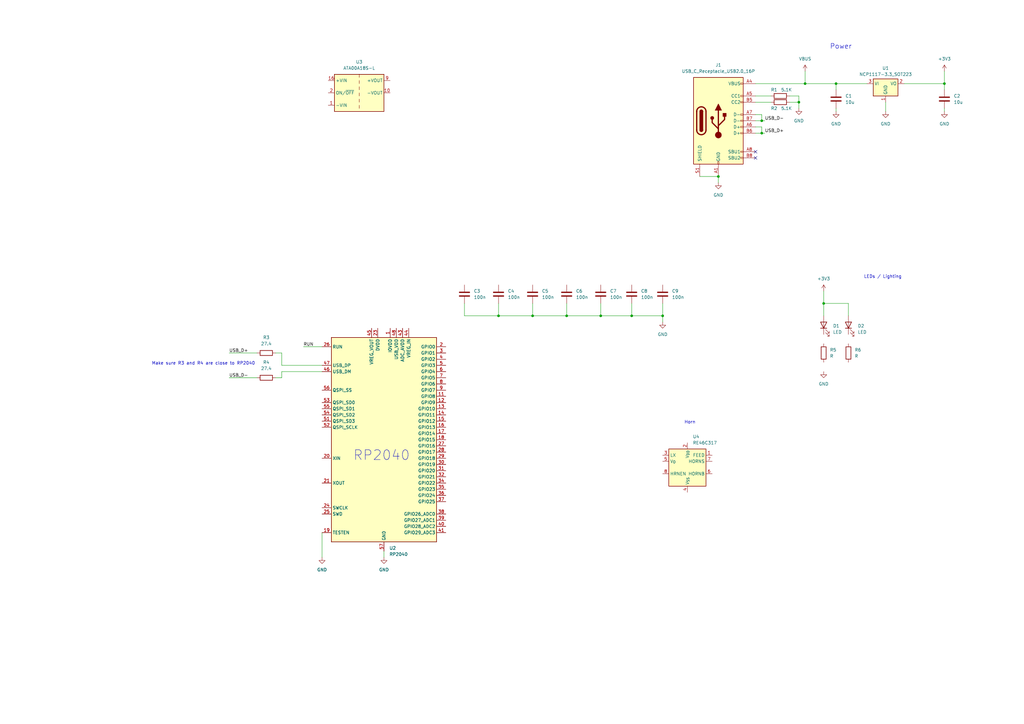
<source format=kicad_sch>
(kicad_sch (version 20230121) (generator eeschema)
  (paper "A3")
  (lib_symbols
    (symbol "Audio:RE46C317"
      (property "Reference" "U" (at -7.62 8.89 0))
      (property "Value" "RE46C317" (at 6.35 8.89 0))
      (symbol "RE46C317_0_0"
        (rectangle (start -7.62 7.62) (end 7.62 -7.62) (stroke (width 0.254)) (fill (type background)))
      )
      (symbol "RE46C317_1_1"
        (pin input line (at 10.16 5.08 180) (length 2.54) (name "FEED") (number "1"))
        (pin power_in line (at 0 10.16 270) (length 2.54) (name "V_{DD}") (number "2"))
        (pin input line (at -10.16 5.08 0) (length 2.54) (name "LX") (number "3"))
        (pin power_in line (at 0 -10.16 90) (length 2.54) (name "V_{SS}") (number "4"))
        (pin input line (at -10.16 2.54 0) (length 2.54) (name "V_{O}") (number "5"))
        (pin output line (at 10.16 -2.54 180) (length 2.54) (name "HORNB") (number "6"))
        (pin output line (at 10.16 2.54 180) (length 2.54) (name "HORNS") (number "7"))
        (pin input line (at -10.16 -2.54 0) (length 2.54) (name "HRNEN") (number "8"))
      )
    )
    (symbol "Connector:USB_C_Receptacle_USB2.0_16P" (pin_names (offset 1.016))
      (property "Reference" "J" (at 0 22.225 0))
      (property "Value" "USB_C_Receptacle_USB2.0_16P" (at 0 19.685 0))
      (symbol "USB_C_Receptacle_USB2.0_16P_0_0"
        (rectangle (start -0.254 -17.78) (end 0.254 -16.764))
        (rectangle (start 10.16 -14.986) (end 9.144 -15.494))
        (rectangle (start 10.16 -12.446) (end 9.144 -12.954))
        (rectangle (start 10.16 -4.826) (end 9.144 -5.334))
        (rectangle (start 10.16 -2.286) (end 9.144 -2.794))
        (rectangle (start 10.16 0.254) (end 9.144 -0.254))
        (rectangle (start 10.16 2.794) (end 9.144 2.286))
        (rectangle (start 10.16 7.874) (end 9.144 7.366))
        (rectangle (start 10.16 10.414) (end 9.144 9.906))
        (rectangle (start 10.16 15.494) (end 9.144 14.986))
      )
      (symbol "USB_C_Receptacle_USB2.0_16P_0_1"
        (rectangle (start -10.16 17.78) (end 10.16 -17.78) (stroke (width 0.254)) (fill (type background)))
        (arc (start -8.89 -3.81) (mid -6.985 -5.7067) (end -5.08 -3.81) (stroke (width 0.508)))
        (arc (start -7.62 -3.81) (mid -6.985 -4.4423) (end -6.35 -3.81) (stroke (width 0.254)))
        (arc (start -7.62 -3.81) (mid -6.985 -4.4423) (end -6.35 -3.81) (stroke (width 0.254)) (fill (type outline)))
        (rectangle (start -7.62 -3.81) (end -6.35 3.81) (stroke (width 0.254)) (fill (type outline)))
        (arc (start -6.35 3.81) (mid -6.985 4.4423) (end -7.62 3.81) (stroke (width 0.254)))
        (arc (start -6.35 3.81) (mid -6.985 4.4423) (end -7.62 3.81) (stroke (width 0.254)) (fill (type outline)))
        (arc (start -5.08 3.81) (mid -6.985 5.7067) (end -8.89 3.81) (stroke (width 0.508)))
        (circle (center -2.54 1.143) (radius 0.635) (stroke (width 0.254)) (fill (type outline)))
        (circle (center 0 -5.842) (radius 1.27) (fill (type outline)))
        (polyline (pts (xy -8.89 -3.81) (xy -8.89 3.81)) (stroke (width 0.508)))
        (polyline (pts (xy -5.08 3.81) (xy -5.08 -3.81)) (stroke (width 0.508)))
        (polyline (pts (xy 0 -5.842) (xy 0 4.318)) (stroke (width 0.508)))
        (polyline (pts (xy 0 -3.302) (xy -2.54 -0.762) (xy -2.54 0.508)) (stroke (width 0.508)))
        (polyline (pts (xy 0 -2.032) (xy 2.54 0.508) (xy 2.54 1.778)) (stroke (width 0.508)))
        (polyline (pts (xy -1.27 4.318) (xy 0 6.858) (xy 1.27 4.318) (xy -1.27 4.318)) (stroke (width 0.254)) (fill (type outline)))
        (rectangle (start 1.905 1.778) (end 3.175 3.048) (stroke (width 0.254)) (fill (type outline)))
      )
      (symbol "USB_C_Receptacle_USB2.0_16P_1_1"
        (pin passive line (at 0 -22.86 90) (length 5.08) (name "GND") (number "A1"))
        (pin passive line (at 0 -22.86 90) (length 5.08) hide (name "GND") (number "A12"))
        (pin passive line (at 15.24 15.24 180) (length 5.08) (name "VBUS") (number "A4"))
        (pin bidirectional line (at 15.24 10.16 180) (length 5.08) (name "CC1") (number "A5"))
        (pin bidirectional line (at 15.24 -2.54 180) (length 5.08) (name "D+") (number "A6"))
        (pin bidirectional line (at 15.24 2.54 180) (length 5.08) (name "D-") (number "A7"))
        (pin bidirectional line (at 15.24 -12.7 180) (length 5.08) (name "SBU1") (number "A8"))
        (pin passive line (at 15.24 15.24 180) (length 5.08) hide (name "VBUS") (number "A9"))
        (pin passive line (at 0 -22.86 90) (length 5.08) hide (name "GND") (number "B1"))
        (pin passive line (at 0 -22.86 90) (length 5.08) hide (name "GND") (number "B12"))
        (pin passive line (at 15.24 15.24 180) (length 5.08) hide (name "VBUS") (number "B4"))
        (pin bidirectional line (at 15.24 7.62 180) (length 5.08) (name "CC2") (number "B5"))
        (pin bidirectional line (at 15.24 -5.08 180) (length 5.08) (name "D+") (number "B6"))
        (pin bidirectional line (at 15.24 0 180) (length 5.08) (name "D-") (number "B7"))
        (pin bidirectional line (at 15.24 -15.24 180) (length 5.08) (name "SBU2") (number "B8"))
        (pin passive line (at 15.24 15.24 180) (length 5.08) hide (name "VBUS") (number "B9"))
        (pin passive line (at -7.62 -22.86 90) (length 5.08) (name "SHIELD") (number "S1"))
      )
    )
    (symbol "Converter_DCDC:ATA00A18S-L"
      (property "Reference" "U" (at 0 11.43 0))
      (property "Value" "ATA00A18S-L" (at 0 8.89 0))
      (symbol "ATA00A18S-L_0_1"
        (rectangle (start -10.16 7.62) (end 10.16 -7.62) (stroke (width 0.254)) (fill (type background)))
        (polyline (pts (xy 0 -5.08) (xy 0 -6.35)))
        (polyline (pts (xy 0 -2.54) (xy 0 -3.81)))
        (polyline (pts (xy 0 0) (xy 0 -1.27)))
        (polyline (pts (xy 0 2.54) (xy 0 1.27)))
        (polyline (pts (xy 0 5.08) (xy 0 3.81)))
        (polyline (pts (xy 0 7.62) (xy 0 6.35)))
      )
      (symbol "ATA00A18S-L_1_1"
        (pin power_in line (at -12.7 -5.08 0) (length 2.54) (name "-VIN") (number "1"))
        (pin power_out line (at 12.7 0 180) (length 2.54) (name "-VOUT") (number "10"))
        (pin power_in line (at -12.7 5.08 0) (length 2.54) (name "+VIN") (number "16"))
        (pin input line (at -12.7 0 0) (length 2.54) (name "ON/~{OFF}") (number "2"))
        (pin no_connect line (at 10.16 -2.54 180) (length 2.54) hide (name "NC") (number "7"))
        (pin no_connect line (at 10.16 -5.08 180) (length 2.54) hide (name "NC") (number "8"))
        (pin power_out line (at 12.7 5.08 180) (length 2.54) (name "+VOUT") (number "9"))
      )
    )
    (symbol "Device:C" (pin_numbers hide) (pin_names (offset 0.254))
      (property "Reference" "C" (at 0.635 2.54 0))
      (property "Value" "C" (at 0.635 -2.54 0))
      (symbol "C_0_1"
        (polyline (pts (xy -2.032 -0.762) (xy 2.032 -0.762)) (stroke (width 0.508)))
        (polyline (pts (xy -2.032 0.762) (xy 2.032 0.762)) (stroke (width 0.508)))
      )
      (symbol "C_1_1"
        (pin passive line (at 0 3.81 270) (length 2.794) (name "~") (number "1"))
        (pin passive line (at 0 -3.81 90) (length 2.794) (name "~") (number "2"))
      )
    )
    (symbol "Device:LED" (pin_numbers hide) (pin_names (offset 1.016) hide)
      (property "Reference" "D" (at 0 2.54 0))
      (property "Value" "LED" (at 0 -2.54 0))
      (symbol "LED_0_1"
        (polyline (pts (xy -1.27 -1.27) (xy -1.27 1.27)) (stroke (width 0.254)))
        (polyline (pts (xy -1.27 0) (xy 1.27 0)))
        (polyline (pts (xy 1.27 -1.27) (xy 1.27 1.27) (xy -1.27 0) (xy 1.27 -1.27)) (stroke (width 0.254)))
        (polyline (pts (xy -3.048 -0.762) (xy -4.572 -2.286) (xy -3.81 -2.286) (xy -4.572 -2.286) (xy -4.572 -1.524)))
        (polyline (pts (xy -1.778 -0.762) (xy -3.302 -2.286) (xy -2.54 -2.286) (xy -3.302 -2.286) (xy -3.302 -1.524)))
      )
      (symbol "LED_1_1"
        (pin passive line (at -3.81 0 0) (length 2.54) (name "K") (number "1"))
        (pin passive line (at 3.81 0 180) (length 2.54) (name "A") (number "2"))
      )
    )
    (symbol "Device:R" (pin_numbers hide) (pin_names (offset 0))
      (property "Reference" "R" (at 2.032 0 90))
      (property "Value" "R" (at 0 0 90))
      (symbol "R_0_1"
        (rectangle (start -1.016 -2.54) (end 1.016 2.54) (stroke (width 0.254)))
      )
      (symbol "R_1_1"
        (pin passive line (at 0 3.81 270) (length 1.27) (name "~") (number "1"))
        (pin passive line (at 0 -3.81 90) (length 1.27) (name "~") (number "2"))
      )
    )
    (symbol "MCU_RaspberryPi:RP2040"
      (property "Reference" "U" (at 17.78 45.72 0))
      (property "Value" "RP2040" (at 17.78 43.18 0))
      (symbol "RP2040_0_1"
        (rectangle (start -21.59 41.91) (end 21.59 -41.91) (stroke (width 0.254)) (fill (type background)))
      )
      (symbol "RP2040_1_1"
        (pin power_in line (at 2.54 45.72 270) (length 3.81) (name "IOVDD") (number "1"))
        (pin passive line (at 2.54 45.72 270) (length 3.81) hide (name "IOVDD") (number "10"))
        (pin bidirectional line (at 25.4 17.78 180) (length 3.81) (name "GPIO8") (number "11"))
        (pin bidirectional line (at 25.4 15.24 180) (length 3.81) (name "GPIO9") (number "12"))
        (pin bidirectional line (at 25.4 12.7 180) (length 3.81) (name "GPIO10") (number "13"))
        (pin bidirectional line (at 25.4 10.16 180) (length 3.81) (name "GPIO11") (number "14"))
        (pin bidirectional line (at 25.4 7.62 180) (length 3.81) (name "GPIO12") (number "15"))
        (pin bidirectional line (at 25.4 5.08 180) (length 3.81) (name "GPIO13") (number "16"))
        (pin bidirectional line (at 25.4 2.54 180) (length 3.81) (name "GPIO14") (number "17"))
        (pin bidirectional line (at 25.4 0 180) (length 3.81) (name "GPIO15") (number "18"))
        (pin input line (at -25.4 -38.1 0) (length 3.81) (name "TESTEN") (number "19"))
        (pin bidirectional line (at 25.4 38.1 180) (length 3.81) (name "GPIO0") (number "2"))
        (pin input line (at -25.4 -7.62 0) (length 3.81) (name "XIN") (number "20"))
        (pin passive line (at -25.4 -17.78 0) (length 3.81) (name "XOUT") (number "21"))
        (pin passive line (at 2.54 45.72 270) (length 3.81) hide (name "IOVDD") (number "22"))
        (pin power_in line (at -2.54 45.72 270) (length 3.81) (name "DVDD") (number "23"))
        (pin input line (at -25.4 -27.94 0) (length 3.81) (name "SWCLK") (number "24"))
        (pin bidirectional line (at -25.4 -30.48 0) (length 3.81) (name "SWD") (number "25"))
        (pin input line (at -25.4 38.1 0) (length 3.81) (name "RUN") (number "26"))
        (pin bidirectional line (at 25.4 -2.54 180) (length 3.81) (name "GPIO16") (number "27"))
        (pin bidirectional line (at 25.4 -5.08 180) (length 3.81) (name "GPIO17") (number "28"))
        (pin bidirectional line (at 25.4 -7.62 180) (length 3.81) (name "GPIO18") (number "29"))
        (pin bidirectional line (at 25.4 35.56 180) (length 3.81) (name "GPIO1") (number "3"))
        (pin bidirectional line (at 25.4 -10.16 180) (length 3.81) (name "GPIO19") (number "30"))
        (pin bidirectional line (at 25.4 -12.7 180) (length 3.81) (name "GPIO20") (number "31"))
        (pin bidirectional line (at 25.4 -15.24 180) (length 3.81) (name "GPIO21") (number "32"))
        (pin passive line (at 2.54 45.72 270) (length 3.81) hide (name "IOVDD") (number "33"))
        (pin bidirectional line (at 25.4 -17.78 180) (length 3.81) (name "GPIO22") (number "34"))
        (pin bidirectional line (at 25.4 -20.32 180) (length 3.81) (name "GPIO23") (number "35"))
        (pin bidirectional line (at 25.4 -22.86 180) (length 3.81) (name "GPIO24") (number "36"))
        (pin bidirectional line (at 25.4 -25.4 180) (length 3.81) (name "GPIO25") (number "37"))
        (pin bidirectional line (at 25.4 -30.48 180) (length 3.81) (name "GPIO26_ADC0") (number "38"))
        (pin bidirectional line (at 25.4 -33.02 180) (length 3.81) (name "GPIO27_ADC1") (number "39"))
        (pin bidirectional line (at 25.4 33.02 180) (length 3.81) (name "GPIO2") (number "4"))
        (pin bidirectional line (at 25.4 -35.56 180) (length 3.81) (name "GPIO28_ADC2") (number "40"))
        (pin bidirectional line (at 25.4 -38.1 180) (length 3.81) (name "GPIO29_ADC3") (number "41"))
        (pin passive line (at 2.54 45.72 270) (length 3.81) hide (name "IOVDD") (number "42"))
        (pin power_in line (at 7.62 45.72 270) (length 3.81) (name "ADC_AVDD") (number "43"))
        (pin power_in line (at 10.16 45.72 270) (length 3.81) (name "VREG_IN") (number "44"))
        (pin power_out line (at -5.08 45.72 270) (length 3.81) (name "VREG_VOUT") (number "45"))
        (pin bidirectional line (at -25.4 27.94 0) (length 3.81) (name "USB_DM") (number "46"))
        (pin bidirectional line (at -25.4 30.48 0) (length 3.81) (name "USB_DP") (number "47"))
        (pin power_in line (at 5.08 45.72 270) (length 3.81) (name "USB_VDD") (number "48"))
        (pin passive line (at 2.54 45.72 270) (length 3.81) hide (name "IOVDD") (number "49"))
        (pin bidirectional line (at 25.4 30.48 180) (length 3.81) (name "GPIO3") (number "5"))
        (pin passive line (at -2.54 45.72 270) (length 3.81) hide (name "DVDD") (number "50"))
        (pin bidirectional line (at -25.4 7.62 0) (length 3.81) (name "QSPI_SD3") (number "51"))
        (pin output line (at -25.4 5.08 0) (length 3.81) (name "QSPI_SCLK") (number "52"))
        (pin bidirectional line (at -25.4 15.24 0) (length 3.81) (name "QSPI_SD0") (number "53"))
        (pin bidirectional line (at -25.4 10.16 0) (length 3.81) (name "QSPI_SD2") (number "54"))
        (pin bidirectional line (at -25.4 12.7 0) (length 3.81) (name "QSPI_SD1") (number "55"))
        (pin bidirectional line (at -25.4 20.32 0) (length 3.81) (name "QSPI_SS") (number "56"))
        (pin power_in line (at 0 -45.72 90) (length 3.81) (name "GND") (number "57"))
        (pin bidirectional line (at 25.4 27.94 180) (length 3.81) (name "GPIO4") (number "6"))
        (pin bidirectional line (at 25.4 25.4 180) (length 3.81) (name "GPIO5") (number "7"))
        (pin bidirectional line (at 25.4 22.86 180) (length 3.81) (name "GPIO6") (number "8"))
        (pin bidirectional line (at 25.4 20.32 180) (length 3.81) (name "GPIO7") (number "9"))
      )
    )
    (symbol "Regulator_Linear:NCP1117-3.3_SOT223"
      (property "Reference" "U" (at -3.81 3.175 0))
      (property "Value" "NCP1117-3.3_SOT223" (at 0 3.175 0))
      (symbol "NCP1117-3.3_SOT223_0_1"
        (rectangle (start -5.08 -5.08) (end 5.08 1.905) (stroke (width 0.254)) (fill (type background)))
      )
      (symbol "NCP1117-3.3_SOT223_1_1"
        (pin power_in line (at 0 -7.62 90) (length 2.54) (name "GND") (number "1"))
        (pin power_out line (at 7.62 0 180) (length 2.54) (name "VO") (number "2"))
        (pin power_in line (at -7.62 0 0) (length 2.54) (name "VI") (number "3"))
      )
    )
    (symbol "power:+3V3" (power) (pin_names (offset 0))
      (property "Value" "+3V3" (at 0 3.556 0))
      (symbol "+3V3_0_1"
        (polyline (pts (xy -0.762 1.27) (xy 0 2.54)))
        (polyline (pts (xy 0 0) (xy 0 2.54)))
        (polyline (pts (xy 0 2.54) (xy 0.762 1.27)))
      )
      (symbol "+3V3_1_1"
        (pin power_in line (at 0 0 90) (length 0) hide (name "+3V3") (number "1"))
      )
    )
    (symbol "power:GND" (power) (pin_names (offset 0))
      (property "Value" "GND" (at 0 -3.81 0))
      (symbol "GND_0_1"
        (polyline (pts (xy 0 0) (xy 0 -1.27) (xy 1.27 -1.27) (xy 0 -2.54) (xy -1.27 -1.27) (xy 0 -1.27)))
      )
      (symbol "GND_1_1"
        (pin power_in line (at 0 0 270) (length 0) hide (name "GND") (number "1"))
      )
    )
    (symbol "power:VBUS" (power) (pin_names (offset 0))
      (property "Value" "VBUS" (at 0 3.81 0))
      (symbol "VBUS_0_1"
        (polyline (pts (xy -0.762 1.27) (xy 0 2.54)))
        (polyline (pts (xy 0 0) (xy 0 2.54)))
        (polyline (pts (xy 0 2.54) (xy 0.762 1.27)))
      )
      (symbol "VBUS_1_1"
        (pin power_in line (at 0 0 90) (length 0) hide (name "VBUS") (number "1"))
      )
    )
  )
  (junction (at 259.08 129.54))
  (junction (at 294.64 72.39))
  (junction (at 218.44 129.54))
  (junction (at 312.42 54.61))
  (junction (at 232.41 129.54))
  (junction (at 246.38 129.54))
  (junction (at 342.9 34.29))
  (junction (at 327.66 41.91))
  (junction (at 204.47 129.54))
  (junction (at 271.78 129.54))
  (junction (at 387.35 34.29))
  (junction (at 330.2 34.29))
  (junction (at 337.82 124.46))
  (junction (at 312.42 49.53))
  (no_connect (at 309.88 62.23))
  (no_connect (at 309.88 64.77))
  (wire (pts (xy 115.57 144.78) (xy 115.57 149.86)))
  (wire (pts (xy 259.08 124.46) (xy 259.08 129.54)))
  (wire (pts (xy 271.78 124.46) (xy 271.78 129.54)))
  (wire (pts (xy 337.82 124.46) (xy 337.82 129.54)))
  (wire (pts (xy 309.88 52.07) (xy 312.42 52.07)))
  (wire (pts (xy 309.88 34.29) (xy 330.2 34.29)))
  (wire (pts (xy 294.64 72.39) (xy 294.64 74.93)))
  (wire (pts (xy 271.78 129.54) (xy 271.78 132.08)))
  (wire (pts (xy 347.98 124.46) (xy 337.82 124.46)))
  (wire (pts (xy 370.84 34.29) (xy 387.35 34.29)))
  (wire (pts (xy 309.88 54.61) (xy 312.42 54.61)))
  (wire (pts (xy 190.5 124.46) (xy 190.5 129.54)))
  (wire (pts (xy 342.9 36.83) (xy 342.9 34.29)))
  (wire (pts (xy 387.35 34.29) (xy 387.35 36.83)))
  (wire (pts (xy 312.42 54.61) (xy 313.69 54.61)))
  (wire (pts (xy 387.35 34.29) (xy 387.35 29.21)))
  (wire (pts (xy 323.85 39.37) (xy 327.66 39.37)))
  (wire (pts (xy 312.42 52.07) (xy 312.42 54.61)))
  (wire (pts (xy 190.5 129.54) (xy 204.47 129.54)))
  (wire (pts (xy 246.38 124.46) (xy 246.38 129.54)))
  (wire (pts (xy 312.42 46.99) (xy 312.42 49.53)))
  (wire (pts (xy 323.85 41.91) (xy 327.66 41.91)))
  (wire (pts (xy 115.57 154.94) (xy 115.57 152.4)))
  (wire (pts (xy 342.9 44.45) (xy 342.9 45.72)))
  (wire (pts (xy 132.08 218.44) (xy 132.08 228.6)))
  (wire (pts (xy 204.47 124.46) (xy 204.47 129.54)))
  (wire (pts (xy 309.88 49.53) (xy 312.42 49.53)))
  (wire (pts (xy 124.46 142.24) (xy 132.08 142.24)))
  (wire (pts (xy 309.88 39.37) (xy 316.23 39.37)))
  (wire (pts (xy 115.57 152.4) (xy 132.08 152.4)))
  (wire (pts (xy 337.82 119.38) (xy 337.82 124.46)))
  (wire (pts (xy 312.42 49.53) (xy 313.69 49.53)))
  (wire (pts (xy 330.2 34.29) (xy 330.2 29.21)))
  (wire (pts (xy 157.48 226.06) (xy 157.48 228.6)))
  (wire (pts (xy 113.03 144.78) (xy 115.57 144.78)))
  (wire (pts (xy 232.41 129.54) (xy 246.38 129.54)))
  (wire (pts (xy 330.2 34.29) (xy 342.9 34.29)))
  (wire (pts (xy 309.88 41.91) (xy 316.23 41.91)))
  (wire (pts (xy 287.02 72.39) (xy 294.64 72.39)))
  (wire (pts (xy 93.98 154.94) (xy 105.41 154.94)))
  (wire (pts (xy 93.98 144.78) (xy 105.41 144.78)))
  (wire (pts (xy 232.41 124.46) (xy 232.41 129.54)))
  (wire (pts (xy 387.35 44.45) (xy 387.35 45.72)))
  (wire (pts (xy 363.22 41.91) (xy 363.22 45.72)))
  (wire (pts (xy 204.47 129.54) (xy 218.44 129.54)))
  (wire (pts (xy 218.44 129.54) (xy 232.41 129.54)))
  (wire (pts (xy 347.98 129.54) (xy 347.98 124.46)))
  (wire (pts (xy 218.44 124.46) (xy 218.44 129.54)))
  (wire (pts (xy 115.57 149.86) (xy 132.08 149.86)))
  (wire (pts (xy 327.66 39.37) (xy 327.66 41.91)))
  (wire (pts (xy 246.38 129.54) (xy 259.08 129.54)))
  (wire (pts (xy 309.88 46.99) (xy 312.42 46.99)))
  (wire (pts (xy 327.66 41.91) (xy 327.66 44.45)))
  (wire (pts (xy 259.08 129.54) (xy 271.78 129.54)))
  (wire (pts (xy 342.9 34.29) (xy 355.6 34.29)))
  (wire (pts (xy 113.03 154.94) (xy 115.57 154.94)))
  (text "Horn " (at 280.67 173.99 0) (effects (font (size 1.27 1.27)) (justify left bottom)))
  (text "RP2040\n" (at 144.78 189.23 0) (effects (font (size 4 4)) (justify left bottom)))
  (text "Power" (at 340.36 20.32 0) (effects (font (size 2 2)) (justify left bottom)))
  (text "LEDs / Lighting" (at 354.33 114.3 0) (effects (font (size 1.27 1.27)) (justify left bottom)))
  (text "Make sure R3 and R4 are close to RP2040" (at 62.23 149.86 0) (effects (font (size 1.27 1.27)) (justify left bottom)))
  (label "RUN" (at 124.46 142.24 0))
  (label "USB_D-" (at 313.69 49.53 0))
  (label "USB_D+" (at 93.98 144.78 0))
  (label "USB_D-" (at 93.98 154.94 0))
  (label "USB_D+" (at 313.69 54.61 0))
  (symbol (lib_id "Device:C") (at 190.5 120.65 0) (unit 1)
    (property "Reference" "C3" (at 194.31 119.38 0) (effects (justify left)))
    (property "Value" "100n" (at 194.31 121.92 0) (effects (justify left)))
  )
  (symbol (lib_id "power:GND") (at 157.48 228.6 0) (unit 1)
    (property "Reference" "#PWR01" (effects hide))
    (property "Value" "GND" (at 157.48 233.68 0))
  )
  (symbol (lib_id "Device:R") (at 109.22 154.94 90) (unit 1)
    (property "Reference" "R4" (at 109.22 148.59 90))
    (property "Value" "27.4" (at 109.22 151.13 90))
  )
  (symbol (lib_id "power:GND") (at 337.82 152.4 0) (unit 1)
    (property "Reference" "#PWR012" (effects hide))
    (property "Value" "GND" (at 337.82 157.48 0))
  )
  (symbol (lib_id "power:GND") (at 387.35 45.72 0) (unit 1)
    (property "Reference" "#PWR08" (effects hide))
    (property "Value" "GND" (at 387.35 50.8 0))
  )
  (symbol (lib_id "power:GND") (at 363.22 45.72 0) (unit 1)
    (property "Reference" "#PWR09" (effects hide))
    (property "Value" "GND" (at 363.22 50.8 0))
  )
  (symbol (lib_id "Device:R") (at 320.04 41.91 90) (unit 1)
    (property "Reference" "R2" (at 317.5 44.45 90))
    (property "Value" "5.1K" (at 322.58 44.45 90))
  )
  (symbol (lib_id "Connector:USB_C_Receptacle_USB2.0_16P") (at 294.64 49.53 0) (unit 1)
    (property "Reference" "J1" (at 294.64 26.67 0))
    (property "Value" "USB_C_Receptacle_USB2.0_16P" (at 294.64 29.21 0))
    (property "Datasheet" "https://www.usb.org/sites/default/files/documents/usb_type-c.zip" (effects hide))
  )
  (symbol (lib_id "power:GND") (at 271.78 132.08 0) (unit 1)
    (property "Reference" "#PWR010" (effects hide))
    (property "Value" "GND" (at 271.78 137.16 0))
  )
  (symbol (lib_id "Device:C") (at 232.41 120.65 0) (unit 1)
    (property "Reference" "C6" (at 236.22 119.38 0) (effects (justify left)))
    (property "Value" "100n" (at 236.22 121.92 0) (effects (justify left)))
  )
  (symbol (lib_id "Device:C") (at 204.47 120.65 0) (unit 1)
    (property "Reference" "C4" (at 208.28 119.38 0) (effects (justify left)))
    (property "Value" "100n" (at 208.28 121.92 0) (effects (justify left)))
  )
  (symbol (lib_id "power:GND") (at 327.66 44.45 0) (unit 1)
    (property "Reference" "#PWR05" (effects hide))
    (property "Value" "GND" (at 327.66 49.53 0))
  )
  (symbol (lib_id "Device:C") (at 387.35 40.64 0) (unit 1)
    (property "Reference" "C2" (at 391.16 39.37 0) (effects (justify left)))
    (property "Value" "10u" (at 391.16 41.91 0) (effects (justify left)))
  )
  (symbol (lib_id "Device:C") (at 218.44 120.65 0) (unit 1)
    (property "Reference" "C5" (at 222.25 119.38 0) (effects (justify left)))
    (property "Value" "100n" (at 222.25 121.92 0) (effects (justify left)))
  )
  (symbol (lib_id "Converter_DCDC:ATA00A18S-L") (at 147.32 38.1 0) (unit 1)
    (property "Reference" "U3" (at 147.32 25.4 0))
    (property "Value" "ATA00A18S-L" (at 147.32 27.94 0))
    (property "Footprint" "Converter_DCDC:Converter_DCDC_Artesyn_ATA_SMD" (effects hide))
    (property "Datasheet" "https://www.artesyn.com/power/assets/ata_series_ds_01apr2015_79c25814fd.pdf" (effects hide))
  )
  (symbol (lib_id "power:VBUS") (at 330.2 29.21 0) (unit 1)
    (property "Reference" "#PWR03" (effects hide))
    (property "Value" "VBUS" (at 330.2 24.13 0))
  )
  (symbol (lib_id "Device:C") (at 259.08 120.65 0) (unit 1)
    (property "Reference" "C8" (at 262.89 119.38 0) (effects (justify left)))
    (property "Value" "100n" (at 262.89 121.92 0) (effects (justify left)))
  )
  (symbol (lib_id "power:GND") (at 294.64 74.93 0) (unit 1)
    (property "Reference" "#PWR02" (effects hide))
    (property "Value" "GND" (at 294.64 80.01 0))
  )
  (symbol (lib_id "Device:C") (at 246.38 120.65 0) (unit 1)
    (property "Reference" "C7" (at 250.19 119.38 0) (effects (justify left)))
    (property "Value" "100n" (at 250.19 121.92 0) (effects (justify left)))
  )
  (symbol (lib_id "Device:LED") (at 347.98 133.35 90) (unit 1)
    (property "Reference" "D2" (at 351.79 133.6675 90) (effects (justify right)))
    (property "Value" "LED" (at 351.79 136.2075 90) (effects (justify right)))
  )
  (symbol (lib_id "power:GND") (at 132.08 228.6 0) (unit 1)
    (property "Reference" "#PWR04" (effects hide))
    (property "Value" "GND" (at 132.08 233.68 0))
  )
  (symbol (lib_id "Device:R") (at 337.82 144.78 0) (unit 1)
    (property "Reference" "R5" (at 340.36 143.51 0) (effects (justify left)))
    (property "Value" "R" (at 340.36 146.05 0) (effects (justify left)))
  )
  (symbol (lib_id "Device:C") (at 271.78 120.65 0) (unit 1)
    (property "Reference" "C9" (at 275.59 119.38 0) (effects (justify left)))
    (property "Value" "100n" (at 275.59 121.92 0) (effects (justify left)))
  )
  (symbol (lib_id "Audio:RE46C317") (at 281.94 191.77 0) (unit 1)
    (property "Reference" "U4" (at 284.1341 179.07 0) (effects (justify left)))
    (property "Value" "RE46C317" (at 284.1341 181.61 0) (effects (justify left)))
    (property "Datasheet" "https://ww1.microchip.com/downloads/en/DeviceDoc/22301B.pdf" (effects hide))
  )
  (symbol (lib_id "MCU_RaspberryPi:RP2040") (at 157.48 180.34 0) (unit 1)
    (property "Reference" "U2" (at 159.6741 224.79 0) (effects (justify left)))
    (property "Value" "RP2040" (at 159.6741 227.33 0) (effects (justify left)))
    (property "Footprint" "Package_DFN_QFN:QFN-56-1EP_7x7mm_P0.4mm_EP3.2x3.2mm" (effects hide))
    (property "Datasheet" "https://datasheets.raspberrypi.com/rp2040/rp2040-datasheet.pdf" (effects hide))
  )
  (symbol (lib_id "Device:R") (at 347.98 144.78 0) (unit 1)
    (property "Reference" "R6" (at 350.52 143.51 0) (effects (justify left)))
    (property "Value" "R" (at 350.52 146.05 0) (effects (justify left)))
  )
  (symbol (lib_id "power:GND") (at 342.9 45.72 0) (unit 1)
    (property "Reference" "#PWR06" (effects hide))
    (property "Value" "GND" (at 342.9 50.8 0))
  )
  (symbol (lib_id "Regulator_Linear:NCP1117-3.3_SOT223") (at 363.22 34.29 0) (unit 1)
    (property "Reference" "U1" (at 363.22 27.94 0))
    (property "Value" "NCP1117-3.3_SOT223" (at 363.22 30.48 0))
    (property "Footprint" "Package_TO_SOT_SMD:SOT-223-3_TabPin2" (effects hide))
    (property "Datasheet" "http://www.onsemi.com/pub_link/Collateral/NCP1117-D.PDF" (effects hide))
  )
  (symbol (lib_id "Device:LED") (at 337.82 133.35 90) (unit 1)
    (property "Reference" "D1" (at 341.63 133.6675 90) (effects (justify right)))
    (property "Value" "LED" (at 341.63 136.2075 90) (effects (justify right)))
  )
  (symbol (lib_id "Device:C") (at 342.9 40.64 0) (unit 1)
    (property "Reference" "C1" (at 346.71 39.37 0) (effects (justify left)))
    (property "Value" "10u" (at 346.71 41.91 0) (effects (justify left)))
  )
  (symbol (lib_id "Device:R") (at 320.04 39.37 90) (unit 1)
    (property "Reference" "R1" (at 317.5 36.83 90))
    (property "Value" "5.1K" (at 322.58 36.83 90))
  )
  (symbol (lib_id "power:+3V3") (at 337.82 119.38 0) (unit 1)
    (property "Reference" "#PWR011" (effects hide))
    (property "Value" "+3V3" (at 337.82 114.3 0))
  )
  (symbol (lib_id "power:+3V3") (at 387.35 29.21 0) (unit 1)
    (property "Reference" "#PWR07" (effects hide))
    (property "Value" "+3V3" (at 387.35 24.13 0))
  )
  (symbol (lib_id "Device:R") (at 109.22 144.78 90) (unit 1)
    (property "Reference" "R3" (at 109.22 138.43 90))
    (property "Value" "27.4" (at 109.22 140.97 90))
  )
)
</source>
